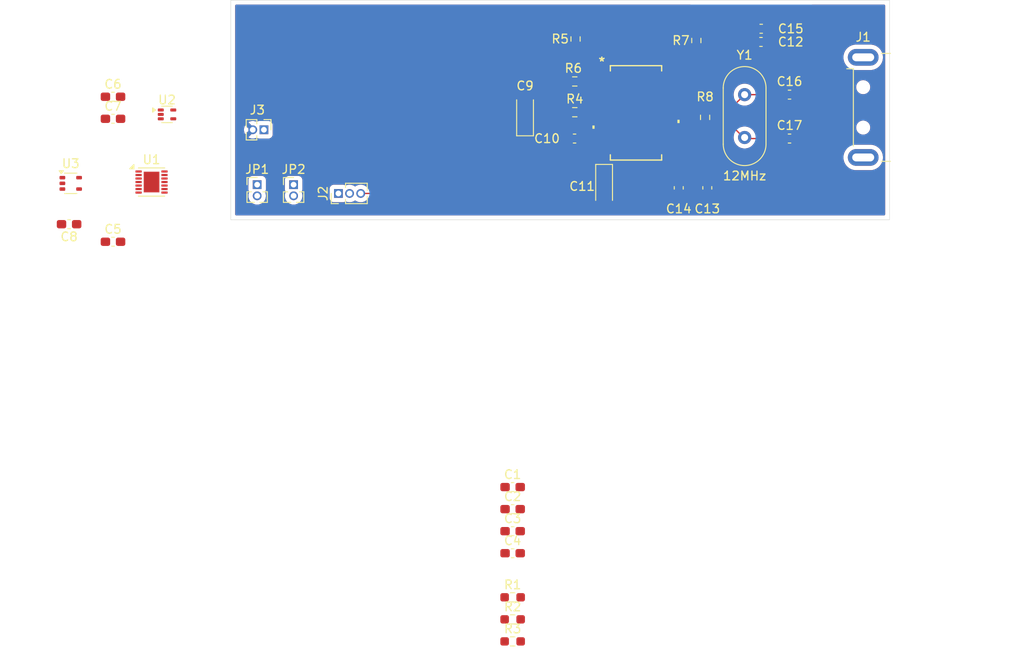
<source format=kicad_pcb>
(kicad_pcb (version 20241229) (generator "pcbnew") (generator_version "9.0")
  (title_block (title "PCB") (date "2025-06-02") (rev "0.1") (company "Maksym Rybalskyi <MaxDespairon@gmail.com>"))
  (layers (0 "F.Cu" signal) (2 "B.Cu" signal) (13 "F.Paste" user) (15 "B.Paste" user) (5 "F.SilkS" user "F.Silkscreen") (7 "B.SilkS" user "B.Silkscreen") (1 "F.Mask" user) (3 "B.Mask" user) (25 "Edge.Cuts" user))
  (net 0 "")
  (net 1 "Net-(U1-MICIN)")
  (net 2 "/Amplifier/MIC+")
  (net 3 "GND")
  (net 4 "Net-(U1-BIAS)")
  (net 5 "Net-(U1-CT)")
  (net 6 "Net-(U1-CG)")
  (net 7 "VCC")
  (net 8 "VBUS")
  (net 9 "/Amplifier/VBIAS")
  (net 10 "Net-(U4-VINL)")
  (net 11 "/Amplifier/AMPOUT")
  (net 12 "Net-(U4-VCOM)")
  (net 13 "Net-(U4-VCCXI)")
  (net 14 "Net-(U4-VCCP2I)")
  (net 15 "Net-(U4-VCCP1I)")
  (net 16 "VDD")
  (net 17 "/Codec/XTI")
  (net 18 "/Codec/XTO")
  (net 19 "/Codec/D+")
  (net 20 "/Codec/D-")
  (net 22 "/Codec/IN_R")
  (net 23 "Net-(JP1-B)")
  (net 24 "Net-(JP2-A)")
  (net 25 "Net-(U1-TH)")
  (net 26 "Net-(U4-VBUS)")
  (net 27 "Net-(U4-D+)")
  (net 28 "Net-(U4-D-)")
  (net 30 "/Amplifier/*SSPND")
  (footprint "Crystal:Crystal_HC49-4H_Vertical" (layer "F.Cu") (at 158.5 60.75 -90)
    (property "Reference" "Y1" (at -4.5 0 180) (layer "F.SilkS"))
    (property "Value" "12MHz" (at 9.25 0 180) (layer "F.SilkS"))
    (fp_line (start -0.76 2.435) (end 5.64 2.435) (stroke (width 0.12)) (layer "F.SilkS"))
    (fp_line (start -0.76 -2.435) (end 5.64 -2.435) (stroke (width 0.12)) (layer "F.SilkS"))
    (fp_arc (start -0.76 2.435) (mid -3.195 0) (end -0.76 -2.435) (stroke (width 0.12)) (layer "F.SilkS"))
    (fp_arc (start 5.64 -2.435) (mid 8.075 0) (end 5.64 2.435) (stroke (width 0.12)) (layer "F.SilkS"))
    (pad "1" thru_hole circle (at 0 0 270) (size 1.5 1.5) (drill 0.8) (layers "*.Cu" "*.Mask") (net 17 "/Codec/XTI"))
    (pad "2" thru_hole circle (at 4.88 0 270) (size 1.5 1.5) (drill 0.8) (layers "*.Cu" "*.Mask") (net 18 "/Codec/XTO"))
  )
  (footprint "Capacitor_SMD:C_0603_1608Metric_Pad1.08x0.95mm_HandSolder" (layer "F.Cu") (at 139.1375 65.75 180)
    (property "Reference" "C10" (at 3.1375 0 0) (layer "F.SilkS"))
    (property "Value" "0.1uF")
    (fp_line (start -0.146267 0.51) (end 0.146267 0.51) (stroke (width 0.12)) (layer "F.SilkS"))
    (fp_line (start -0.146267 -0.51) (end 0.146267 -0.51) (stroke (width 0.12)) (layer "F.SilkS"))
    (pad "1" smd roundrect (at -0.8625 0 180) (size 1.075 0.95) (layers "F.Cu" "F.Mask" "F.Paste") (net 10 "Net-(U4-VINL)"))
    (pad "2" smd roundrect (at 0.8625 0 180) (size 1.075 0.95) (layers "F.Cu" "F.Mask" "F.Paste") (net 11 "/Amplifier/AMPOUT"))
  )
  (footprint "Capacitor_SMD:C_0603_1608Metric_Pad1.08x0.95mm_HandSolder" (layer "F.Cu") (at 160.3875 53.25)
    (property "Reference" "C15" (at 3.3625 0 0) (layer "F.SilkS"))
    (property "Value" "1uF")
    (fp_line (start -0.146267 -0.51) (end 0.146267 -0.51) (stroke (width 0.12)) (layer "F.SilkS"))
    (fp_line (start -0.146267 0.51) (end 0.146267 0.51) (stroke (width 0.12)) (layer "F.SilkS"))
    (pad "1" smd roundrect (at -0.8625 0) (size 1.075 0.95) (layers "F.Cu" "F.Mask" "F.Paste") (net 16 "VDD"))
    (pad "2" smd roundrect (at 0.8625 0) (size 1.075 0.95) (layers "F.Cu" "F.Mask" "F.Paste") (net 3 "GND"))
  )
  (footprint "Capacitor_SMD:C_0603_1608Metric_Pad1.08x0.95mm_HandSolder" (layer "F.Cu") (at 132.0875 110.45)
    (property "Reference" "C3" (at 0 -1.43 0) (layer "F.SilkS"))
    (property "Value" "0.1uF")
    (fp_line (start -0.146267 -0.51) (end 0.146267 -0.51) (stroke (width 0.12)) (layer "F.SilkS"))
    (fp_line (start -0.146267 0.51) (end 0.146267 0.51) (stroke (width 0.12)) (layer "F.SilkS"))
    (pad "1" smd roundrect (at -0.8625 0) (size 1.075 0.95) (layers "F.Cu" "F.Mask" "F.Paste") (net 3 "GND"))
    (pad "2" smd roundrect (at 0.8625 0) (size 1.075 0.95) (layers "F.Cu" "F.Mask" "F.Paste") (net 5 "Net-(U1-CT)"))
  )
  (footprint "Capacitor_SMD:C_0603_1608Metric_Pad1.08x0.95mm_HandSolder" (layer "F.Cu") (at 132.0875 107.94)
    (property "Reference" "C2" (at 0 -1.43 0) (layer "F.SilkS"))
    (property "Value" "0.47uF")
    (fp_line (start -0.146267 -0.51) (end 0.146267 -0.51) (stroke (width 0.12)) (layer "F.SilkS"))
    (fp_line (start -0.146267 0.51) (end 0.146267 0.51) (stroke (width 0.12)) (layer "F.SilkS"))
    (pad "1" smd roundrect (at -0.8625 0) (size 1.075 0.95) (layers "F.Cu" "F.Mask" "F.Paste") (net 4 "Net-(U1-BIAS)"))
    (pad "2" smd roundrect (at 0.8625 0) (size 1.075 0.95) (layers "F.Cu" "F.Mask" "F.Paste") (net 3 "GND"))
  )
  (footprint "Capacitor_SMD:C_0603_1608Metric_Pad1.08x0.95mm_HandSolder" (layer "F.Cu") (at 160.3625 54.75)
    (property "Reference" "C12" (at 3.3875 0 0) (layer "F.SilkS"))
    (property "Value" "1uF")
    (fp_line (start -0.146267 -0.51) (end 0.146267 -0.51) (stroke (width 0.12)) (layer "F.SilkS"))
    (fp_line (start -0.146267 0.51) (end 0.146267 0.51) (stroke (width 0.12)) (layer "F.SilkS"))
    (pad "1" smd roundrect (at -0.8625 0) (size 1.075 0.95) (layers "F.Cu" "F.Mask" "F.Paste") (net 13 "Net-(U4-VCCXI)"))
    (pad "2" smd roundrect (at 0.8625 0) (size 1.075 0.95) (layers "F.Cu" "F.Mask" "F.Paste") (net 3 "GND"))
  )
  (footprint "Capacitor_Tantalum_SMD:CP_EIA-3216-10_Kemet-I_HandSolder" (layer "F.Cu") (at 133.5 62.94 90)
    (property "Reference" "C9" (at 3.19 0 180) (layer "F.SilkS"))
    (property "Value" "10uF")
    (fp_line (start 1.6 -0.955) (end -2.495 -0.955) (stroke (width 0.12)) (layer "F.SilkS"))
    (fp_line (start -2.495 -0.955) (end -2.495 0.955) (stroke (width 0.12)) (layer "F.SilkS"))
    (fp_line (start -2.495 0.955) (end 1.6 0.955) (stroke (width 0.12)) (layer "F.SilkS"))
    (pad "1" smd roundrect (at -1.44 0 90) (size 1.59 1.39) (layers "F.Cu" "F.Mask" "F.Paste") (roundrect_rratio 0.179856) (net 7 "VCC"))
    (pad "2" smd roundrect (at 1.44 0 90) (size 1.59 1.39) (layers "F.Cu" "F.Mask" "F.Paste") (roundrect_rratio 0.179856) (net 3 "GND"))
  )
  (footprint "Package_TO_SOT_SMD:SOT-553" (layer "F.Cu") (at 92.7375 63)
    (property "Reference" "U2" (at 0 -1.65 0) (layer "F.SilkS"))
    (property "Value" "TCR2EF36")
    (fp_line (start 0 -0.935) (end -0.6 -0.935) (stroke (width 0.12)) (layer "F.SilkS"))
    (fp_line (start 0 -0.935) (end 0.6 -0.935) (stroke (width 0.12)) (layer "F.SilkS"))
    (fp_line (start 0 0.935) (end -0.6 0.935) (stroke (width 0.12)) (layer "F.SilkS"))
    (fp_line (start 0 0.935) (end 0.6 0.935) (stroke (width 0.12)) (layer "F.SilkS"))
    (fp_poly (pts (xy -1.31 -0.5) (xy -1.64 -0.26) (xy -1.64 -0.74)) (stroke (width 0.12)) (fill yes) (layer "F.SilkS"))
    (pad "1" smd roundrect (at -0.7125 -0.5) (size 0.675 0.35) (layers "F.Cu" "F.Mask" "F.Paste") (net 30 "/Amplifier/*SSPND"))
    (pad "2" smd roundrect (at -0.7125 0) (size 0.675 0.35) (layers "F.Cu" "F.Mask" "F.Paste") (net 3 "GND"))
    (pad "3" smd roundrect (at -0.7125 0.5) (size 0.675 0.35) (layers "F.Cu" "F.Mask" "F.Paste") (net 8 "VBUS"))
    (pad "4" smd roundrect (at 0.7125 0.5) (size 0.675 0.35) (layers "F.Cu" "F.Mask" "F.Paste") (net 7 "VCC"))
    (pad "5" smd roundrect (at 0.7125 -0.5) (size 0.675 0.35) (layers "F.Cu" "F.Mask" "F.Paste"))
  )
  (footprint "Capacitor_SMD:C_0603_1608Metric_Pad1.08x0.95mm_HandSolder" (layer "F.Cu") (at 163.6125 65.75)
    (property "Reference" "C17" (at 0 -1.5 0) (layer "F.SilkS"))
    (property "Value" "30pF")
    (fp_line (start -0.146267 -0.51) (end 0.146267 -0.51) (stroke (width 0.12)) (layer "F.SilkS"))
    (fp_line (start -0.146267 0.51) (end 0.146267 0.51) (stroke (width 0.12)) (layer "F.SilkS"))
    (pad "1" smd roundrect (at -0.8625 0) (size 1.075 0.95) (layers "F.Cu" "F.Mask" "F.Paste") (net 18 "/Codec/XTO"))
    (pad "2" smd roundrect (at 0.8625 0) (size 1.075 0.95) (layers "F.Cu" "F.Mask" "F.Paste") (net 3 "GND"))
  )
  (footprint "Capacitor_SMD:C_0603_1608Metric_Pad1.08x0.95mm_HandSolder" (layer "F.Cu") (at 81.5875 75.5 180)
    (property "Reference" "C8" (at 0 -1.43 180) (layer "F.SilkS"))
    (property "Value" "1uF")
    (fp_line (start -0.146267 0.51) (end 0.146267 0.51) (stroke (width 0.12)) (layer "F.SilkS"))
    (fp_line (start -0.146267 -0.51) (end 0.146267 -0.51) (stroke (width 0.12)) (layer "F.SilkS"))
    (pad "1" smd roundrect (at -0.8625 0 180) (size 1.075 0.95) (layers "F.Cu" "F.Mask" "F.Paste") (net 9 "/Amplifier/VBIAS"))
    (pad "2" smd roundrect (at 0.8625 0 180) (size 1.075 0.95) (layers "F.Cu" "F.Mask" "F.Paste") (net 3 "GND"))
  )
  (footprint "Resistor_SMD:R_0603_1608Metric_Pad0.98x0.95mm_HandSolder" (layer "F.Cu") (at 132.0875 117.98)
    (property "Reference" "R1" (at 0 -1.43 0) (layer "F.SilkS"))
    (property "Value" "2.2k")
    (fp_line (start -0.254724 -0.5225) (end 0.254724 -0.5225) (stroke (width 0.12)) (layer "F.SilkS"))
    (fp_line (start -0.254724 0.5225) (end 0.254724 0.5225) (stroke (width 0.12)) (layer "F.SilkS"))
    (pad "1" smd roundrect (at -0.9125 0) (size 0.975 0.95) (layers "F.Cu" "F.Mask" "F.Paste") (net 9 "/Amplifier/VBIAS"))
    (pad "2" smd roundrect (at 0.9125 0) (size 0.975 0.95) (layers "F.Cu" "F.Mask" "F.Paste") (net 2 "/Amplifier/MIC+"))
  )
  (footprint "Resistor_SMD:R_0603_1608Metric_Pad0.98x0.95mm_HandSolder" (layer "F.Cu") (at 132.0875 120.49)
    (property "Reference" "R2" (at 0 -1.43 0) (layer "F.SilkS"))
    (property "Value" "100k")
    (fp_line (start -0.254724 -0.5225) (end 0.254724 -0.5225) (stroke (width 0.12)) (layer "F.SilkS"))
    (fp_line (start -0.254724 0.5225) (end 0.254724 0.5225) (stroke (width 0.12)) (layer "F.SilkS"))
    (pad "1" smd roundrect (at -0.9125 0) (size 0.975 0.95) (layers "F.Cu" "F.Mask" "F.Paste") (net 3 "GND"))
    (pad "2" smd roundrect (at 0.9125 0) (size 0.975 0.95) (layers "F.Cu" "F.Mask" "F.Paste") (net 25 "Net-(U1-TH)"))
  )
  (footprint "Package_DFN_QFN:DFN-14-1EP_3x3mm_P0.4mm_EP1.78x2.35mm" (layer "F.Cu") (at 90.975 70.7)
    (property "Reference" "U1" (at 0 -2.55 0) (layer "F.SilkS"))
    (property "Value" "MAX9814")
    (fp_line (start -1.5 -1.61) (end 1.5 -1.61) (stroke (width 0.12)) (layer "F.SilkS"))
    (fp_line (start -1.5 1.61) (end 1.5 1.61) (stroke (width 0.12)) (layer "F.SilkS"))
    (fp_poly (pts (xy -2.01 -1.51) (xy -2.49 -1.51) (xy -2.01 -1.99) (xy -2.01 -1.51)) (stroke (width 0.12)) (fill yes) (layer "F.SilkS"))
    (pad "1" smd rect (at -1.475 -1.2) (size 0.7 0.25) (layers "F.Cu" "F.Mask" "F.Paste") (net 5 "Net-(U1-CT)"))
    (pad "2" smd rect (at -1.475 -0.8) (size 0.7 0.25) (layers "F.Cu" "F.Mask" "F.Paste") (net 30 "/Amplifier/*SSPND"))
    (pad "3" smd rect (at -1.475 -0.4) (size 0.7 0.25) (layers "F.Cu" "F.Mask" "F.Paste") (net 6 "Net-(U1-CG)"))
    (pad "4" smd rect (at -1.475 0) (size 0.7 0.25) (layers "F.Cu" "F.Mask" "F.Paste") (net 3 "GND"))
    (pad "5" smd rect (at -1.475 0.4) (size 0.7 0.25) (layers "F.Cu" "F.Mask" "F.Paste") (net 7 "VCC"))
    (pad "6" smd rect (at -1.475 0.8) (size 0.7 0.25) (layers "F.Cu" "F.Mask" "F.Paste") (net 11 "/Amplifier/AMPOUT"))
    (pad "7" smd rect (at -1.475 1.2) (size 0.7 0.25) (layers "F.Cu" "F.Mask" "F.Paste") (net 3 "GND"))
    (pad "8" smd rect (at 1.475 1.2) (size 0.7 0.25) (layers "F.Cu" "F.Mask" "F.Paste") (net 1 "Net-(U1-MICIN)"))
    (pad "9" smd rect (at 1.475 0.8) (size 0.7 0.25) (layers "F.Cu" "F.Mask" "F.Paste"))
    (pad "10" smd rect (at 1.475 0.4) (size 0.7 0.25) (layers "F.Cu" "F.Mask" "F.Paste") (net 23 "Net-(JP1-B)"))
    (pad "11" smd rect (at 1.475 0) (size 0.7 0.25) (layers "F.Cu" "F.Mask" "F.Paste") (net 3 "GND"))
    (pad "12" smd rect (at 1.475 -0.4) (size 0.7 0.25) (layers "F.Cu" "F.Mask" "F.Paste") (net 4 "Net-(U1-BIAS)"))
    (pad "13" smd rect (at 1.475 -0.8) (size 0.7 0.25) (layers "F.Cu" "F.Mask" "F.Paste") (net 24 "Net-(JP2-A)"))
    (pad "14" smd rect (at 1.475 -1.2) (size 0.7 0.25) (layers "F.Cu" "F.Mask" "F.Paste") (net 25 "Net-(U1-TH)"))
    (pad "15" smd rect (at 0 0) (size 1.78 2.35) (layers "F.Cu" "F.Mask") (net 3 "GND"))
  )
  (footprint "PCM2906CDBR:DB28_TEX" (layer "F.Cu") (at 146.1322 62.824999)
    (property "Reference" "U4" (hide yes))
    (property "Value" "PCM2906CDBR")
    (fp_line (start -2.921 -5.3721) (end -2.921 -4.77364) (stroke (width 0.1524)) (layer "F.SilkS"))
    (fp_line (start -2.921 4.773638) (end -2.921 5.3721) (stroke (width 0.1524)) (layer "F.SilkS"))
    (fp_line (start -2.921 5.3721) (end 2.921 5.3721) (stroke (width 0.1524)) (layer "F.SilkS"))
    (fp_line (start 2.921 -5.3721) (end -2.921 -5.3721) (stroke (width 0.1524)) (layer "F.SilkS"))
    (fp_line (start 2.921 -4.77364) (end 2.921 -5.3721) (stroke (width 0.1524)) (layer "F.SilkS"))
    (fp_line (start 2.921 5.3721) (end 2.921 4.77364) (stroke (width 0.1524)) (layer "F.SilkS"))
    (fp_poly (pts (xy -4.9657 1.434498) (xy -4.9657 1.815498) (xy -4.7117 1.815498) (xy -4.7117 1.434498)) (fill yes) (layer "F.SilkS"))
    (fp_poly (pts (xy 4.9657 0.784499) (xy 4.9657 1.165499) (xy 4.7117 1.165499) (xy 4.7117 0.784499)) (fill yes) (layer "F.SilkS"))
    (fp_text user "*" (at -3.8862 -5.7998 0) (layer "F.SilkS"))
    (fp_text user "*" (at -3.8862 -5.7998 0) (layer "F.SilkS"))
    (pad "1" smd rect (at -3.6322 -4.225) (size 1.651 0.4318) (layers "F.Cu" "F.Mask" "F.Paste") (net 27 "Net-(U4-D+)"))
    (pad "2" smd rect (at -3.6322 -3.574999) (size 1.651 0.4318) (layers "F.Cu" "F.Mask" "F.Paste") (net 28 "Net-(U4-D-)"))
    (pad "3" smd rect (at -3.6322 -2.925) (size 1.651 0.4318) (layers "F.Cu" "F.Mask" "F.Paste") (net 26 "Net-(U4-VBUS)"))
    (pad "4" smd rect (at -3.6322 -2.274999) (size 1.651 0.4318) (layers "F.Cu" "F.Mask" "F.Paste") (net 3 "GND"))
    (pad "5" smd rect (at -3.6322 -1.625001) (size 1.651 0.4318) (layers "F.Cu" "F.Mask" "F.Paste"))
    (pad "6" smd rect (at -3.6322 -0.974999) (size 1.651 0.4318) (layers "F.Cu" "F.Mask" "F.Paste"))
    (pad "7" smd rect (at -3.6322 -0.325001) (size 1.651 0.4318) (layers "F.Cu" "F.Mask" "F.Paste"))
    (pad "8" smd rect (at -3.6322 0.324998) (size 1.651 0.4318) (layers "F.Cu" "F.Mask" "F.Paste") (net 16 "VDD"))
    (pad "9" smd rect (at -3.6322 0.974999) (size 1.651 0.4318) (layers "F.Cu" "F.Mask" "F.Paste") (net 16 "VDD"))
    (pad "10" smd rect (at -3.6322 1.624998) (size 1.651 0.4318) (layers "F.Cu" "F.Mask" "F.Paste") (net 7 "VCC"))
    (pad "11" smd rect (at -3.6322 2.274999) (size 1.651 0.4318) (layers "F.Cu" "F.Mask" "F.Paste") (net 3 "GND"))
    (pad "12" smd rect (at -3.6322 2.924998) (size 1.651 0.4318) (layers "F.Cu" "F.Mask" "F.Paste") (net 10 "Net-(U4-VINL)"))
    (pad "13" smd rect (at -3.6322 3.574999) (size 1.651 0.4318) (layers "F.Cu" "F.Mask" "F.Paste") (net 22 "/Codec/IN_R"))
    (pad "14" smd rect (at -3.6322 4.224998) (size 1.651 0.4318) (layers "F.Cu" "F.Mask" "F.Paste") (net 12 "Net-(U4-VCOM)"))
    (pad "15" smd rect (at 3.6322 4.225) (size 1.651 0.4318) (layers "F.Cu" "F.Mask" "F.Paste"))
    (pad "16" smd rect (at 3.6322 3.574999) (size 1.651 0.4318) (layers "F.Cu" "F.Mask" "F.Paste"))
    (pad "17" smd rect (at 3.6322 2.925) (size 1.651 0.4318) (layers "F.Cu" "F.Mask" "F.Paste") (net 15 "Net-(U4-VCCP1I)"))
    (pad "18" smd rect (at 3.6322 2.274999) (size 1.651 0.4318) (layers "F.Cu" "F.Mask" "F.Paste") (net 3 "GND"))
    (pad "19" smd rect (at 3.6322 1.625001) (size 1.651 0.4318) (layers "F.Cu" "F.Mask" "F.Paste") (net 14 "Net-(U4-VCCP2I)"))
    (pad "20" smd rect (at 3.6322 0.974999) (size 1.651 0.4318) (layers "F.Cu" "F.Mask" "F.Paste") (net 18 "/Codec/XTO"))
    (pad "21" smd rect (at 3.6322 0.325001) (size 1.651 0.4318) (layers "F.Cu" "F.Mask" "F.Paste") (net 17 "/Codec/XTI"))
    (pad "22" smd rect (at 3.6322 -0.325001) (size 1.651 0.4318) (layers "F.Cu" "F.Mask" "F.Paste") (net 3 "GND"))
    (pad "23" smd rect (at 3.6322 -0.974999) (size 1.651 0.4318) (layers "F.Cu" "F.Mask" "F.Paste") (net 13 "Net-(U4-VCCXI)"))
    (pad "24" smd rect (at 3.6322 -1.625001) (size 1.651 0.4318) (layers "F.Cu" "F.Mask" "F.Paste"))
    (pad "25" smd rect (at 3.6322 -2.274999) (size 1.651 0.4318) (layers "F.Cu" "F.Mask" "F.Paste"))
    (pad "26" smd rect (at 3.6322 -2.925) (size 1.651 0.4318) (layers "F.Cu" "F.Mask" "F.Paste"))
    (pad "27" smd rect (at 3.6322 -3.574999) (size 1.651 0.4318) (layers "F.Cu" "F.Mask" "F.Paste") (net 16 "VDD"))
    (pad "28" smd rect (at 3.6322 -4.225) (size 1.651 0.4318) (layers "F.Cu" "F.Mask" "F.Paste") (net 30 "/Amplifier/*SSPND"))
  )
  (footprint "Resistor_SMD:R_0603_1608Metric_Pad0.98x0.95mm_HandSolder" (layer "F.Cu") (at 139.1625 62.75)
    (property "Reference" "R4" (at 0 -1.5 0) (layer "F.SilkS"))
    (property "Value" "2.2k")
    (fp_line (start -0.254724 -0.5225) (end 0.254724 -0.5225) (stroke (width 0.12)) (layer "F.SilkS"))
    (fp_line (start -0.254724 0.5225) (end 0.254724 0.5225) (stroke (width 0.12)) (layer "F.SilkS"))
    (pad "1" smd roundrect (at -0.9125 0) (size 0.975 0.95) (layers "F.Cu" "F.Mask" "F.Paste") (net 8 "VBUS"))
    (pad "2" smd roundrect (at 0.9125 0) (size 0.975 0.95) (layers "F.Cu" "F.Mask" "F.Paste") (net 26 "Net-(U4-VBUS)"))
  )
  (footprint "Capacitor_SMD:C_0603_1608Metric_Pad1.08x0.95mm_HandSolder" (layer "F.Cu") (at 163.6125 60.75)
    (property "Reference" "C16" (at 0 -1.5 0) (layer "F.SilkS"))
    (property "Value" "30pF")
    (fp_line (start -0.146267 -0.51) (end 0.146267 -0.51) (stroke (width 0.12)) (layer "F.SilkS"))
    (fp_line (start -0.146267 0.51) (end 0.146267 0.51) (stroke (width 0.12)) (layer "F.SilkS"))
    (pad "1" smd roundrect (at -0.8625 0) (size 1.075 0.95) (layers "F.Cu" "F.Mask" "F.Paste") (net 17 "/Codec/XTI"))
    (pad "2" smd roundrect (at 0.8625 0) (size 1.075 0.95) (layers "F.Cu" "F.Mask" "F.Paste") (net 3 "GND"))
  )
  (footprint "Connector_USB:USB_A_CNCTech_1001-011-01101_Horizontal" (layer "F.Cu") (at 178.9 62.2)
    (property "Reference" "J1" (at -6.9 -8 0) (layer "F.SilkS"))
    (property "Value" "USB_A")
    (fp_line (start -8.02 -4.4) (end -8.775 -4.4) (stroke (width 0.12)) (layer "F.SilkS"))
    (fp_line (start -8.02 -4.4) (end -8.02 4.4) (stroke (width 0.12)) (layer "F.SilkS"))
    (fp_line (start -4.85 -6.145) (end -3.8 -6.145) (stroke (width 0.12)) (layer "F.SilkS"))
    (fp_line (start -4.85 6.145) (end -3.8 6.145) (stroke (width 0.12)) (layer "F.SilkS"))
    (pad "" np_thru_hole circle (at -6.9 -2.3) (size 1.1 1.1) (drill 1.1) (layers "*.Cu" "*.Mask"))
    (pad "" np_thru_hole circle (at -6.9 2.3) (size 1.1 1.1) (drill 1.1) (layers "*.Cu" "*.Mask"))
    (pad "1" smd rect (at -9.65 -3.5) (size 2.5 1.1) (layers "F.Cu" "F.Mask" "F.Paste") (net 8 "VBUS"))
    (pad "2" smd rect (at -9.65 -1) (size 2.5 1.1) (layers "F.Cu" "F.Mask" "F.Paste") (net 20 "/Codec/D-"))
    (pad "3" smd rect (at -9.65 1) (size 2.5 1.1) (layers "F.Cu" "F.Mask" "F.Paste") (net 19 "/Codec/D+"))
    (pad "4" smd rect (at -9.65 3.5) (size 2.5 1.1) (layers "F.Cu" "F.Mask" "F.Paste") (net 3 "GND"))
    (pad "5" thru_hole oval (at -6.9 -5.7) (size 3.5 1.9) (drill oval 2.5 0.9) (property pad_prop_heatsink) (layers "*.Cu" "*.Mask"))
    (pad "5" thru_hole oval (at -6.9 5.7) (size 3.5 1.9) (drill oval 2.5 0.9) (property pad_prop_heatsink) (layers "*.Cu" "*.Mask"))
  )
  (footprint "Capacitor_SMD:C_0603_1608Metric_Pad1.08x0.95mm_HandSolder" (layer "F.Cu") (at 132.0875 105.43)
    (property "Reference" "C1" (at 0 -1.43 0) (layer "F.SilkS"))
    (property "Value" "0.1uF")
    (fp_line (start -0.146267 -0.51) (end 0.146267 -0.51) (stroke (width 0.12)) (layer "F.SilkS"))
    (fp_line (start -0.146267 0.51) (end 0.146267 0.51) (stroke (width 0.12)) (layer "F.SilkS"))
    (pad "1" smd roundrect (at -0.8625 0) (size 1.075 0.95) (layers "F.Cu" "F.Mask" "F.Paste") (net 2 "/Amplifier/MIC+"))
    (pad "2" smd roundrect (at 0.8625 0) (size 1.075 0.95) (layers "F.Cu" "F.Mask" "F.Paste") (net 1 "Net-(U1-MICIN)"))
  )
  (footprint "Connector_PinHeader_1.27mm:PinHeader_1x03_P1.27mm_Vertical" (layer "F.Cu") (at 112.25 72 90)
    (property "Reference" "J2" (at 0 -1.745 90) (layer "F.SilkS"))
    (property "Value" "IN_R")
    (fp_line (start -1.16 -0.81) (end 0 -0.81) (stroke (width 0.12)) (layer "F.SilkS"))
    (fp_line (start -1.16 0) (end -1.16 -0.81) (stroke (width 0.12)) (layer "F.SilkS"))
    (fp_line (start 1.16 0.81) (end 1.16 3.285) (stroke (width 0.12)) (layer "F.SilkS"))
    (fp_line (start 0.666708 0.81) (end 1.16 0.81) (stroke (width 0.12)) (layer "F.SilkS"))
    (fp_line (start -1.16 0.81) (end -0.666708 0.81) (stroke (width 0.12)) (layer "F.SilkS"))
    (fp_line (start -1.16 0.81) (end -1.16 3.285) (stroke (width 0.12)) (layer "F.SilkS"))
    (fp_line (start 0.317923 3.285) (end 1.16 3.285) (stroke (width 0.12)) (layer "F.SilkS"))
    (fp_line (start -1.16 3.285) (end -0.317923 3.285) (stroke (width 0.12)) (layer "F.SilkS"))
    (pad "1" thru_hole rect (at 0 0 90) (size 1 1) (drill 0.65) (layers "*.Cu" "*.Mask") (net 7 "VCC"))
    (pad "2" thru_hole circle (at 0 1.27 90) (size 1 1) (drill 0.65) (layers "*.Cu" "*.Mask") (net 3 "GND"))
    (pad "3" thru_hole circle (at 0 2.54 90) (size 1 1) (drill 0.65) (layers "*.Cu" "*.Mask") (net 22 "/Codec/IN_R"))
  )
  (footprint "Connector_PinHeader_1.27mm:PinHeader_1x02_P1.27mm_Vertical" (layer "F.Cu") (at 103 71)
    (property "Reference" "JP1" (at 0 -1.745 0) (layer "F.SilkS"))
    (property "Value" "~")
    (fp_line (start -1.16 -0.81) (end 0 -0.81) (stroke (width 0.12)) (layer "F.SilkS"))
    (fp_line (start -1.16 0) (end -1.16 -0.81) (stroke (width 0.12)) (layer "F.SilkS"))
    (fp_line (start -1.16 0.81) (end -1.16 2.015) (stroke (width 0.12)) (layer "F.SilkS"))
    (fp_line (start -1.16 0.81) (end -0.666708 0.81) (stroke (width 0.12)) (layer "F.SilkS"))
    (fp_line (start -1.16 2.015) (end -0.317923 2.015) (stroke (width 0.12)) (layer "F.SilkS"))
    (fp_line (start 0.317923 2.015) (end 1.16 2.015) (stroke (width 0.12)) (layer "F.SilkS"))
    (fp_line (start 0.666708 0.81) (end 1.16 0.81) (stroke (width 0.12)) (layer "F.SilkS"))
    (fp_line (start 1.16 0.81) (end 1.16 2.015) (stroke (width 0.12)) (layer "F.SilkS"))
    (pad "1" thru_hole rect (at 0 0) (size 1 1) (drill 0.65) (layers "*.Cu" "*.Mask") (net 7 "VCC"))
    (pad "2" thru_hole circle (at 0 1.27) (size 1 1) (drill 0.65) (layers "*.Cu" "*.Mask") (net 23 "Net-(JP1-B)"))
  )
  (footprint "Capacitor_SMD:C_0603_1608Metric_Pad1.08x0.95mm_HandSolder" (layer "F.Cu") (at 86.5875 60.99)
    (property "Reference" "C6" (at 0 -1.43 0) (layer "F.SilkS"))
    (property "Value" "1uF")
    (fp_line (start -0.146267 -0.51) (end 0.146267 -0.51) (stroke (width 0.12)) (layer "F.SilkS"))
    (fp_line (start -0.146267 0.51) (end 0.146267 0.51) (stroke (width 0.12)) (layer "F.SilkS"))
    (pad "1" smd roundrect (at -0.8625 0) (size 1.075 0.95) (layers "F.Cu" "F.Mask" "F.Paste") (net 8 "VBUS"))
    (pad "2" smd roundrect (at 0.8625 0) (size 1.075 0.95) (layers "F.Cu" "F.Mask" "F.Paste") (net 3 "GND"))
  )
  (footprint "Resistor_SMD:R_0603_1608Metric_Pad0.98x0.95mm_HandSolder" (layer "F.Cu") (at 153 54.5875 90)
    (property "Reference" "R7" (at 0 -1.75 180) (layer "F.SilkS"))
    (property "Value" "1.5k")
    (fp_line (start -0.254724 -0.5225) (end 0.254724 -0.5225) (stroke (width 0.12)) (layer "F.SilkS"))
    (fp_line (start -0.254724 0.5225) (end 0.254724 0.5225) (stroke (width 0.12)) (layer "F.SilkS"))
    (pad "1" smd roundrect (at -0.9125 0 90) (size 0.975 0.95) (layers "F.Cu" "F.Mask" "F.Paste") (net 16 "VDD"))
    (pad "2" smd roundrect (at 0.9125 0 90) (size 0.975 0.95) (layers "F.Cu" "F.Mask" "F.Paste") (net 19 "/Codec/D+"))
  )
  (footprint "Capacitor_SMD:C_0603_1608Metric_Pad1.08x0.95mm_HandSolder" (layer "F.Cu") (at 86.5875 77.5)
    (property "Reference" "C5" (at 0 -1.43 0) (layer "F.SilkS"))
    (property "Value" "1uF")
    (fp_line (start -0.146267 -0.51) (end 0.146267 -0.51) (stroke (width 0.12)) (layer "F.SilkS"))
    (fp_line (start -0.146267 0.51) (end 0.146267 0.51) (stroke (width 0.12)) (layer "F.SilkS"))
    (pad "1" smd roundrect (at -0.8625 0) (size 1.075 0.95) (layers "F.Cu" "F.Mask" "F.Paste") (net 7 "VCC"))
    (pad "2" smd roundrect (at 0.8625 0) (size 1.075 0.95) (layers "F.Cu" "F.Mask" "F.Paste") (net 3 "GND"))
  )
  (footprint "Capacitor_Tantalum_SMD:CP_EIA-3216-10_Kemet-I_HandSolder" (layer "F.Cu") (at 142.5 71.19 -90)
    (property "Reference" "C11" (at 0 2.5 0) (layer "F.SilkS"))
    (property "Value" "10uF")
    (fp_line (start -2.495 0.955) (end 1.6 0.955) (stroke (width 0.12)) (layer "F.SilkS"))
    (fp_line (start -2.495 -0.955) (end -2.495 0.955) (stroke (width 0.12)) (layer "F.SilkS"))
    (fp_line (start 1.6 -0.955) (end -2.495 -0.955) (stroke (width 0.12)) (layer "F.SilkS"))
    (pad "1" smd roundrect (at -1.44 0 270) (size 1.59 1.39) (layers "F.Cu" "F.Mask" "F.Paste") (roundrect_rratio 0.179856) (net 12 "Net-(U4-VCOM)"))
    (pad "2" smd roundrect (at 1.44 0 270) (size 1.59 1.39) (layers "F.Cu" "F.Mask" "F.Paste") (roundrect_rratio 0.179856) (net 3 "GND"))
  )
  (footprint "Capacitor_SMD:C_0603_1608Metric_Pad1.08x0.95mm_HandSolder" (layer "F.Cu") (at 132.0875 112.96)
    (property "Reference" "C4" (at 0 -1.43 0) (layer "F.SilkS"))
    (property "Value" "2.2uF")
    (fp_line (start -0.146267 -0.51) (end 0.146267 -0.51) (stroke (width 0.12)) (layer "F.SilkS"))
    (fp_line (start -0.146267 0.51) (end 0.146267 0.51) (stroke (width 0.12)) (layer "F.SilkS"))
    (pad "1" smd roundrect (at -0.8625 0) (size 1.075 0.95) (layers "F.Cu" "F.Mask" "F.Paste") (net 3 "GND"))
    (pad "2" smd roundrect (at 0.8625 0) (size 1.075 0.95) (layers "F.Cu" "F.Mask" "F.Paste") (net 6 "Net-(U1-CG)"))
  )
  (footprint "Package_TO_SOT_SMD:SOT-353_SC-70-5" (layer "F.Cu") (at 81.775 70.85)
    (property "Reference" "U3" (at 0 -2.25 0) (layer "F.SilkS"))
    (property "Value" "MIC5365-3.0YD5-TR")
    (fp_line (start -0.71 -1.16) (end 0.7 -1.16) (stroke (width 0.12)) (layer "F.SilkS"))
    (fp_line (start -0.7 1.16) (end 0.7 1.16) (stroke (width 0.12)) (layer "F.SilkS"))
    (fp_poly (pts (xy -1.08 -1.11) (xy -1.32 -1.44) (xy -0.84 -1.44) (xy -1.08 -1.11)) (stroke (width 0.12)) (fill yes) (layer "F.SilkS"))
    (pad "1" smd roundrect (at -0.95 -0.65) (size 0.65 0.4) (layers "F.Cu" "F.Mask" "F.Paste") (net 7 "VCC"))
    (pad "2" smd roundrect (at -0.95 0) (size 0.65 0.4) (layers "F.Cu" "F.Mask" "F.Paste") (net 3 "GND"))
    (pad "3" smd roundrect (at -0.95 0.65) (size 0.65 0.4) (layers "F.Cu" "F.Mask" "F.Paste") (net 30 "/Amplifier/*SSPND"))
    (pad "4" smd roundrect (at 0.95 0.65) (size 0.65 0.4) (layers "F.Cu" "F.Mask" "F.Paste"))
    (pad "5" smd roundrect (at 0.95 -0.65) (size 0.65 0.4) (layers "F.Cu" "F.Mask" "F.Paste") (net 9 "/Amplifier/VBIAS"))
  )
  (footprint "Capacitor_SMD:C_0603_1608Metric_Pad1.08x0.95mm_HandSolder" (layer "F.Cu") (at 86.5875 63.5)
    (property "Reference" "C7" (at 0 -1.43 0) (layer "F.SilkS"))
    (property "Value" "1uF")
    (fp_line (start -0.146267 -0.51) (end 0.146267 -0.51) (stroke (width 0.12)) (layer "F.SilkS"))
    (fp_line (start -0.146267 0.51) (end 0.146267 0.51) (stroke (width 0.12)) (layer "F.SilkS"))
    (pad "1" smd roundrect (at -0.8625 0) (size 1.075 0.95) (layers "F.Cu" "F.Mask" "F.Paste") (net 7 "VCC"))
    (pad "2" smd roundrect (at 0.8625 0) (size 1.075 0.95) (layers "F.Cu" "F.Mask" "F.Paste") (net 3 "GND"))
  )
  (footprint "Capacitor_SMD:C_0603_1608Metric_Pad1.08x0.95mm_HandSolder" (layer "F.Cu") (at 151 71.3625 90)
    (property "Reference" "C14" (at -2.3875 0 180) (layer "F.SilkS"))
    (property "Value" "1uF")
    (fp_line (start -0.146267 -0.51) (end 0.146267 -0.51) (stroke (width 0.12)) (layer "F.SilkS"))
    (fp_line (start -0.146267 0.51) (end 0.146267 0.51) (stroke (width 0.12)) (layer "F.SilkS"))
    (pad "1" smd roundrect (at -0.8625 0 90) (size 1.075 0.95) (layers "F.Cu" "F.Mask" "F.Paste") (net 3 "GND"))
    (pad "2" smd roundrect (at 0.8625 0 90) (size 1.075 0.95) (layers "F.Cu" "F.Mask" "F.Paste") (net 15 "Net-(U4-VCCP1I)"))
  )
  (footprint "Capacitor_SMD:C_0603_1608Metric_Pad1.08x0.95mm_HandSolder" (layer "F.Cu") (at 154.25 71.3625 90)
    (property "Reference" "C13" (at -2.3875 0 180) (layer "F.SilkS"))
    (property "Value" "1uF")
    (fp_line (start -0.146267 -0.51) (end 0.146267 -0.51) (stroke (width 0.12)) (layer "F.SilkS"))
    (fp_line (start -0.146267 0.51) (end 0.146267 0.51) (stroke (width 0.12)) (layer "F.SilkS"))
    (pad "1" smd roundrect (at -0.8625 0 90) (size 1.075 0.95) (layers "F.Cu" "F.Mask" "F.Paste") (net 3 "GND"))
    (pad "2" smd roundrect (at 0.8625 0 90) (size 1.075 0.95) (layers "F.Cu" "F.Mask" "F.Paste") (net 14 "Net-(U4-VCCP2I)"))
  )
  (footprint "Resistor_SMD:R_0603_1608Metric_Pad0.98x0.95mm_HandSolder" (layer "F.Cu") (at 132.0875 123)
    (property "Reference" "R3" (at 0 -1.43 0) (layer "F.SilkS"))
    (property "Value" "150k")
    (fp_line (start -0.254724 -0.5225) (end 0.254724 -0.5225) (stroke (width 0.12)) (layer "F.SilkS"))
    (fp_line (start -0.254724 0.5225) (end 0.254724 0.5225) (stroke (width 0.12)) (layer "F.SilkS"))
    (pad "1" smd roundrect (at -0.9125 0) (size 0.975 0.95) (layers "F.Cu" "F.Mask" "F.Paste") (net 25 "Net-(U1-TH)"))
    (pad "2" smd roundrect (at 0.9125 0) (size 0.975 0.95) (layers "F.Cu" "F.Mask" "F.Paste") (net 24 "Net-(JP2-A)"))
  )
  (footprint "Connector_PinHeader_1.27mm:PinHeader_1x02_P1.27mm_Vertical" (layer "F.Cu") (at 107.15 71)
    (property "Reference" "JP2" (at 0 -1.745 0) (layer "F.SilkS"))
    (property "Value" "~")
    (fp_line (start -1.16 -0.81) (end 0 -0.81) (stroke (width 0.12)) (layer "F.SilkS"))
    (fp_line (start -1.16 0) (end -1.16 -0.81) (stroke (width 0.12)) (layer "F.SilkS"))
    (fp_line (start -1.16 0.81) (end -1.16 2.015) (stroke (width 0.12)) (layer "F.SilkS"))
    (fp_line (start -1.16 0.81) (end -0.666708 0.81) (stroke (width 0.12)) (layer "F.SilkS"))
    (fp_line (start -1.16 2.015) (end -0.317923 2.015) (stroke (width 0.12)) (layer "F.SilkS"))
    (fp_line (start 0.317923 2.015) (end 1.16 2.015) (stroke (width 0.12)) (layer "F.SilkS"))
    (fp_line (start 0.666708 0.81) (end 1.16 0.81) (stroke (width 0.12)) (layer "F.SilkS"))
    (fp_line (start 1.16 0.81) (end 1.16 2.015) (stroke (width 0.12)) (layer "F.SilkS"))
    (pad "1" thru_hole rect (at 0 0) (size 1 1) (drill 0.65) (layers "*.Cu" "*.Mask") (net 24 "Net-(JP2-A)"))
    (pad "2" thru_hole circle (at 0 1.27) (size 1 1) (drill 0.65) (layers "*.Cu" "*.Mask") (net 9 "/Amplifier/VBIAS"))
  )
  (footprint "Resistor_SMD:R_0603_1608Metric_Pad0.98x0.95mm_HandSolder" (layer "F.Cu") (at 139.1625 59.25)
    (property "Reference" "R6" (at -0.1625 -1.5 0) (layer "F.SilkS"))
    (property "Value" "22k")
    (fp_line (start -0.254724 -0.5225) (end 0.254724 -0.5225) (stroke (width 0.12)) (layer "F.SilkS"))
    (fp_line (start -0.254724 0.5225) (end 0.254724 0.5225) (stroke (width 0.12)) (layer "F.SilkS"))
    (pad "1" smd roundrect (at -0.9125 0) (size 0.975 0.95) (layers "F.Cu" "F.Mask" "F.Paste") (net 20 "/Codec/D-"))
    (pad "2" smd roundrect (at 0.9125 0) (size 0.975 0.95) (layers "F.Cu" "F.Mask" "F.Paste") (net 28 "Net-(U4-D-)"))
  )
  (footprint "Resistor_SMD:R_0603_1608Metric_Pad0.98x0.95mm_HandSolder" (layer "F.Cu") (at 139.25 54.4125 -90)
    (property "Reference" "R5" (at 0 1.75 180) (layer "F.SilkS"))
    (property "Value" "22k")
    (fp_line (start -0.254724 0.5225) (end 0.254724 0.5225) (stroke (width 0.12)) (layer "F.SilkS"))
    (fp_line (start -0.254724 -0.5225) (end 0.254724 -0.5225) (stroke (width 0.12)) (layer "F.SilkS"))
    (pad "1" smd roundrect (at -0.9125 0 270) (size 0.975 0.95) (layers "F.Cu" "F.Mask" "F.Paste") (net 19 "/Codec/D+"))
    (pad "2" smd roundrect (at 0.9125 0 270) (size 0.975 0.95) (layers "F.Cu" "F.Mask" "F.Paste") (net 27 "Net-(U4-D+)"))
  )
  (footprint "Resistor_SMD:R_0603_1608Metric_Pad0.98x0.95mm_HandSolder" (layer "F.Cu") (at 154 63.3375 90)
    (property "Reference" "R8" (at 2.3375 0 180) (layer "F.SilkS"))
    (property "Value" "1M")
    (fp_line (start -0.254724 -0.5225) (end 0.254724 -0.5225) (stroke (width 0.12)) (layer "F.SilkS"))
    (fp_line (start -0.254724 0.5225) (end 0.254724 0.5225) (stroke (width 0.12)) (layer "F.SilkS"))
    (pad "1" smd roundrect (at -0.9125 0 90) (size 0.975 0.95) (layers "F.Cu" "F.Mask" "F.Paste") (net 18 "/Codec/XTO"))
    (pad "2" smd roundrect (at 0.9125 0 90) (size 0.975 0.95) (layers "F.Cu" "F.Mask" "F.Paste") (net 17 "/Codec/XTI"))
  )
  (footprint "Connector_PinHeader_1.27mm:PinHeader_1x02_P1.27mm_Vertical" (layer "F.Cu") (at 103.77 64.75 -90)
    (property "Reference" "J3" (at -2.25 0.75 180) (layer "F.SilkS"))
    (property "Value" "MIC")
    (fp_line (start -1.16 2.015) (end -0.317923 2.015) (stroke (width 0.12)) (layer "F.SilkS"))
    (fp_line (start 0.317923 2.015) (end 1.16 2.015) (stroke (width 0.12)) (layer "F.SilkS"))
    (fp_line (start -1.16 0.81) (end -1.16 2.015) (stroke (width 0.12)) (layer "F.SilkS"))
    (fp_line (start -1.16 0.81) (end -0.666708 0.81) (stroke (width 0.12)) (layer "F.SilkS"))
    (fp_line (start 0.666708 0.81) (end 1.16 0.81) (stroke (width 0.12)) (layer "F.SilkS"))
    (fp_line (start 1.16 0.81) (end 1.16 2.015) (stroke (width 0.12)) (layer "F.SilkS"))
    (fp_line (start -1.16 0) (end -1.16 -0.81) (stroke (width 0.12)) (layer "F.SilkS"))
    (fp_line (start -1.16 -0.81) (end 0 -0.81) (stroke (width 0.12)) (layer "F.SilkS"))
    (pad "1" thru_hole rect (at 0 0 270) (size 1 1) (drill 0.65) (layers "*.Cu" "*.Mask") (net 2 "/Amplifier/MIC+"))
    (pad "2" thru_hole circle (at 0 1.27 270) (size 1 1) (drill 0.65) (layers "*.Cu" "*.Mask") (net 3 "GND"))
  )
  (gr_line (start 143.25 60.5) (end 144 60.5) (stroke (width 0.3)) (layer "F.Cu") (net 3))
  (gr_line (start 143.25 65) (end 144 65) (stroke (width 0.3)) (layer "F.Cu") (net 3))
  (gr_line (start 149.75 62.5) (end 148.25 62.5) (stroke (width 0.3)) (layer "F.Cu") (net 3))
  (gr_line (start 149.75 65) (end 148.25 65) (stroke (width 0.3)) (layer "F.Cu") (net 3))
  (gr_rect (start 100 50) (end 175 75) (stroke (width 0.05)) (fill no) (layer "Edge.Cuts"))
  (segment (start 142.449997 64.5) (end 142.5 64.449997) (width 0.15) (layer "F.Cu") (net 7))
  (segment (start 133.569997 64.449997) (end 133.5 64.38) (width 0.15) (layer "F.Cu") (net 7))
  (segment (start 142.5 64.449997) (end 133.569997 64.449997) (width 0.15) (layer "F.Cu") (net 7))
  (segment (start 135.75 61.5) (end 137 62.75) (width 0.3) (layer "F.Cu") (net 8))
  (segment (start 165.5 51) (end 153 51) (width 0.3) (layer "F.Cu") (net 8))
  (segment (start 169.25 58.7) (end 167.7 58.7) (width 0.3) (layer "F.Cu") (net 8))
  (segment (start 135.75 53.5) (end 135.75 61.5) (width 0.3) (layer "F.Cu") (net 8))
  (segment (start 167.7 58.7) (end 166.75 57.75) (width 0.3) (layer "F.Cu") (net 8))
  (segment (start 166.75 52.25) (end 165.5 51) (width 0.3) (layer "F.Cu") (net 8))
  (segment (start 152 52) (end 137.25 52) (width 0.3) (layer "F.Cu") (net 8))
  (segment (start 153 51) (end 152 52) (width 0.3) (layer "F.Cu") (net 8))
  (segment (start 137.25 52) (end 135.75 53.5) (width 0.3) (layer "F.Cu") (net 8))
  (segment (start 166.75 57.75) (end 166.75 52.25) (width 0.3) (layer "F.Cu") (net 8))
  (segment (start 137 62.75) (end 138.25 62.75) (width 0.3) (layer "F.Cu") (net 8))
  (segment (start 140 65.75) (end 140.25 65.75) (width 0.15) (layer "F.Cu") (net 10))
  (segment (start 140.250003 65.749997) (end 142.5 65.749997) (width 0.15) (layer "F.Cu") (net 10))
  (segment (start 140.25 65.75) (end 140.250003 65.749997) (width 0.15) (layer "F.Cu") (net 10))
  (segment (start 142.5 67.049997) (end 142.5 69.75) (width 0.3) (layer "F.Cu") (net 12))
  (segment (start 150.9 61.85) (end 158 54.75) (width 0.15) (layer "F.Cu") (net 13))
  (segment (start 149.7644 61.85) (end 150.9 61.85) (width 0.15) (layer "F.Cu") (net 13))
  (segment (start 158 54.75) (end 159.5 54.75) (width 0.15) (layer "F.Cu") (net 13))
  (segment (start 150.7899 64.45) (end 149.7644 64.45) (width 0.15) (layer "F.Cu") (net 14))
  (segment (start 154.25 70.5) (end 154.25 67.9101) (width 0.15) (layer "F.Cu") (net 14))
  (segment (start 154.25 67.9101) (end 150.7899 64.45) (width 0.15) (layer "F.Cu") (net 14))
  (segment (start 152 66.5) (end 151.249999 65.749999) (width 0.15) (layer "F.Cu") (net 15))
  (segment (start 151 70.5) (end 152 69.5) (width 0.15) (layer "F.Cu") (net 15))
  (segment (start 152 69.5) (end 152 66.5) (width 0.15) (layer "F.Cu") (net 15))
  (segment (start 151.249999 65.749999) (end 149.7644 65.749999) (width 0.15) (layer "F.Cu") (net 15))
  (segment (start 149.7644 59.25) (end 152.9329 59.25) (width 0.3) (layer "F.Cu") (net 16))
  (segment (start 152.9329 59.25) (end 153 59.1829) (width 0.15) (layer "F.Cu") (net 16))
  (segment (start 142.5 63.149997) (end 143.850003 63.149997) (width 0.3) (layer "F.Cu") (net 16))
  (segment (start 143.850003 63.149997) (end 147.75 59.25) (width 0.3) (layer "F.Cu") (net 16))
  (segment (start 153 59.1829) (end 153 55.5) (width 0.3) (layer "F.Cu") (net 16))
  (segment (start 147.75 59.25) (end 149.7644 59.25) (width 0.3) (layer "F.Cu") (net 16))
  (segment (start 142.5 63.149997) (end 142.5 63.799998) (width 0.3) (layer "F.Cu") (net 16))
  (segment (start 158.9329 53.25) (end 159.525 53.25) (width 0.15) (layer "F.Cu") (net 16))
  (segment (start 152.9329 59.25) (end 158.9329 53.25) (width 0.3) (layer "F.Cu") (net 16))
  (segment (start 151.85 63.15) (end 149.7644 63.15) (width 0.15) (layer "F.Cu") (net 17))
  (segment (start 162.75 60.75) (end 158.5 60.75) (width 0.15) (layer "F.Cu") (net 17))
  (segment (start 154 62.425) (end 152.575 62.425) (width 0.15) (layer "F.Cu") (net 17))
  (segment (start 152.575 62.425) (end 151.85 63.15) (width 0.15) (layer "F.Cu") (net 17))
  (segment (start 156.825 62.425) (end 154 62.425) (width 0.15) (layer "F.Cu") (net 17))
  (segment (start 158.5 60.75) (end 156.825 62.425) (width 0.15) (layer "F.Cu") (net 17))
  (segment (start 154 64.25) (end 152.25 64.25) (width 0.15) (layer "F.Cu") (net 18))
  (segment (start 151.799998 63.799998) (end 149.7644 63.799998) (width 0.15) (layer "F.Cu") (net 18))
  (segment (start 162.75 65.75) (end 158.62 65.75) (width 0.15) (layer "F.Cu") (net 18))
  (segment (start 158.62 65.75) (end 158.5 65.63) (width 0.15) (layer "F.Cu") (net 18))
  (segment (start 158.5 65.63) (end 158.38 65.63) (width 0.15) (layer "F.Cu") (net 18))
  (segment (start 157 64.25) (end 154 64.25) (width 0.15) (layer "F.Cu") (net 18))
  (segment (start 158.38 65.63) (end 157 64.25) (width 0.15) (layer "F.Cu") (net 18))
  (segment (start 152.25 64.25) (end 151.799998 63.799998) (width 0.15) (layer "F.Cu") (net 18))
  (segment (start 152.825 53.5) (end 153 53.675) (width 0.15) (layer "F.Cu") (net 19))
  (segment (start 165.75 62.5) (end 165.75 52.75) (width 0.15) (layer "F.Cu") (net 19))
  (segment (start 165 52) (end 153.75 52) (width 0.15) (layer "F.Cu") (net 19))
  (segment (start 165.75 52.75) (end 165 52) (width 0.15) (layer "F.Cu") (net 19))
  (segment (start 166.45 63.2) (end 165.75 62.5) (width 0.15) (layer "F.Cu") (net 19))
  (segment (start 153.75 52) (end 153 52.75) (width 0.15) (layer "F.Cu") (net 19))
  (segment (start 169.25 63.2) (end 166.45 63.2) (width 0.15) (layer "F.Cu") (net 19))
  (segment (start 139.25 53.5) (end 152.825 53.5) (width 0.15) (layer "F.Cu") (net 19))
  (segment (start 153 52.75) (end 153 53.675) (width 0.15) (layer "F.Cu") (net 19))
  (segment (start 136.25 53.75) (end 136.25 57.75) (width 0.15) (layer "F.Cu") (net 20))
  (segment (start 166.601 61.2) (end 166.151 60.75) (width 0.15) (layer "F.Cu") (net 20))
  (segment (start 165.1661 51.599) (end 153.401 51.599) (width 0.15) (layer "F.Cu") (net 20))
  (segment (start 152.5 52.5) (end 137.5 52.5) (width 0.15) (layer "F.Cu") (net 20))
  (segment (start 136.25 57.75) (end 137.75 59.25) (width 0.15) (layer "F.Cu") (net 20))
  (segment (start 166.151 52.5839) (end 165.1661 51.599) (width 0.15) (layer "F.Cu") (net 20))
  (segment (start 166.151 60.75) (end 166.151 52.5839) (width 0.15) (layer "F.Cu") (net 20))
  (segment (start 137.75 59.25) (end 138.25 59.25) (width 0.15) (layer "F.Cu") (net 20))
  (segment (start 153.401 51.599) (end 152.5 52.5) (width 0.15) (layer "F.Cu") (net 20))
  (segment (start 137.5 52.5) (end 136.25 53.75) (width 0.15) (layer "F.Cu") (net 20))
  (segment (start 169.25 61.2) (end 166.601 61.2) (width 0.15) (layer "F.Cu") (net 20))
  (segment (start 135.5 72) (end 141.100002 66.399998) (width 0.15) (layer "F.Cu") (net 22))
  (segment (start 141.100002 66.399998) (end 142.5 66.399998) (width 0.15) (layer "F.Cu") (net 22))
  (segment (start 114.79 72) (end 135.5 72) (width 0.15) (layer "F.Cu") (net 22))
  (segment (start 141.350001 59.899999) (end 142.5 59.899999) (width 0.15) (layer "F.Cu") (net 26))
  (segment (start 141 61.25) (end 141 60.25) (width 0.15) (layer "F.Cu") (net 26))
  (segment (start 140.075 62.75) (end 140.075 62.175) (width 0.15) (layer "F.Cu") (net 26))
  (segment (start 140.075 62.175) (end 141 61.25) (width 0.15) (layer "F.Cu") (net 26))
  (segment (start 141 60.25) (end 141.350001 59.899999) (width 0.15) (layer "F.Cu") (net 26))
  (segment (start 139.25 55.325) (end 139.25 56.5) (width 0.15) (layer "F.Cu") (net 27))
  (segment (start 141.349999 58.599999) (end 142.5 58.599999) (width 0.15) (layer "F.Cu") (net 27))
  (segment (start 139.25 56.5) (end 141.349999 58.599999) (width 0.15) (layer "F.Cu") (net 27))
  (segment (start 142.5 59.25) (end 140.075 59.25) (width 0.15) (layer "F.Cu") (net 28))
  (zone (net 3) (net_name "GND") (layers "F.Cu" "B.Cu") (connect_pads (clearance 0.5)) (min_thickness 0.25) (fill yes (thermal_gap 0.5) (thermal_bridge_width 0.5))
    (polygon (pts (xy 100 50) (xy 100 75) (xy 175 75) (xy 175 50)))
  )
)
</source>
